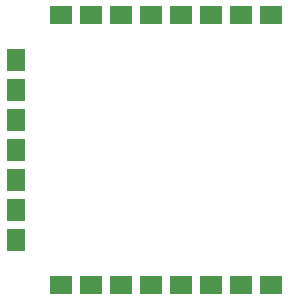
<source format=gbp>
G04*
G04 #@! TF.GenerationSoftware,Altium Limited,Altium Designer,18.1.6 (161)*
G04*
G04 Layer_Color=128*
%FSLAX44Y44*%
%MOMM*%
G71*
G01*
G75*
%ADD15R,1.9000X1.5000*%
%ADD16R,1.5000X1.9000*%
D15*
X45800Y235900D02*
D03*
X71200D02*
D03*
X96600D02*
D03*
X122000D02*
D03*
X147400D02*
D03*
X172800D02*
D03*
X198200D02*
D03*
X223600D02*
D03*
Y7700D02*
D03*
X198200D02*
D03*
X172800D02*
D03*
X147400D02*
D03*
X122000D02*
D03*
X96600D02*
D03*
X71200D02*
D03*
X45800D02*
D03*
D16*
X7900Y198000D02*
D03*
Y172600D02*
D03*
Y147200D02*
D03*
Y121800D02*
D03*
Y96400D02*
D03*
Y71000D02*
D03*
Y45600D02*
D03*
M02*

</source>
